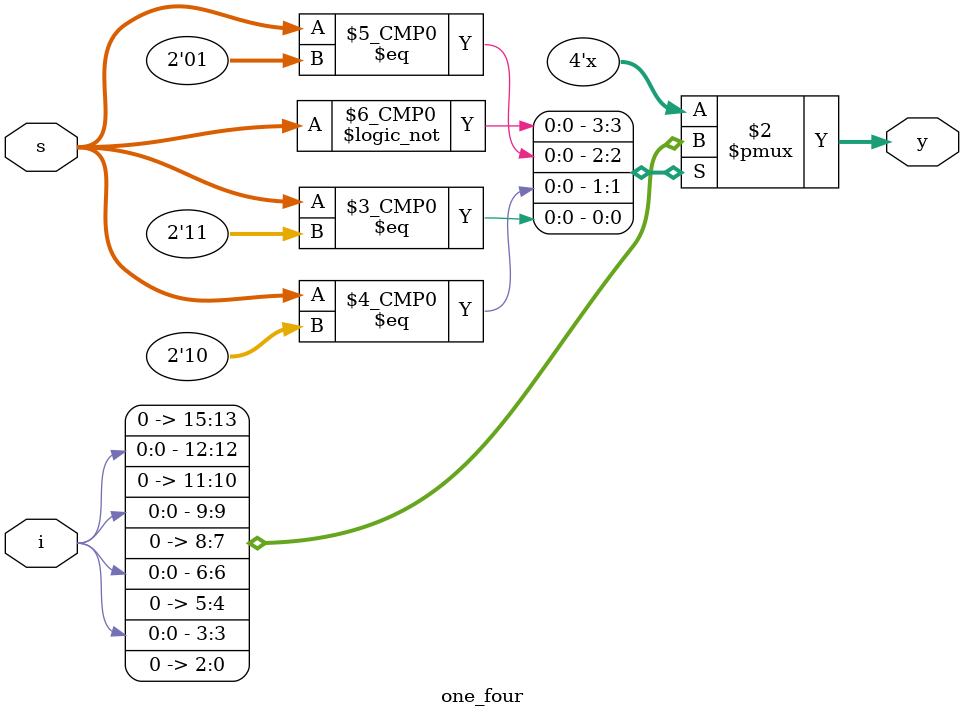
<source format=v>
module one_four(
		input  i,
		input  [1:0]s,
		output reg [3:0]y
		// output [3:0]y	
					);

wire s1_not;
wire s0_not;

/*
// Gate Level Modelling 
not(s1_not, s[1]);
not(s0_not, s[0]);

and(y[0], s1_not, s0_not, i);
and(y[1], s1_not, s[0], i);
and(y[2], s[1], s0_not, i);
and(y[3], s[1], s[0], i);
*/

// Conditional Operator 	
//assign y = s[1]?	( s[0]?( {i, 3'b000} ):({1'b0, i, 2'b00}) ) : ( s[0]?({2'b00,i,1'b0}):({3'b000,i}) ) ;

// Behavioral Modelling

always @(s)
	begin
	case(s)
		2'b00: y = {3'b000, i};	
		2'b01: y = {2'b00, i, 1'b0};	
		2'b10: y = {1'b0, i, 2'b00};	
		2'b11: y = {i, 3'b000};	
	endcase 
	end

endmodule

</source>
